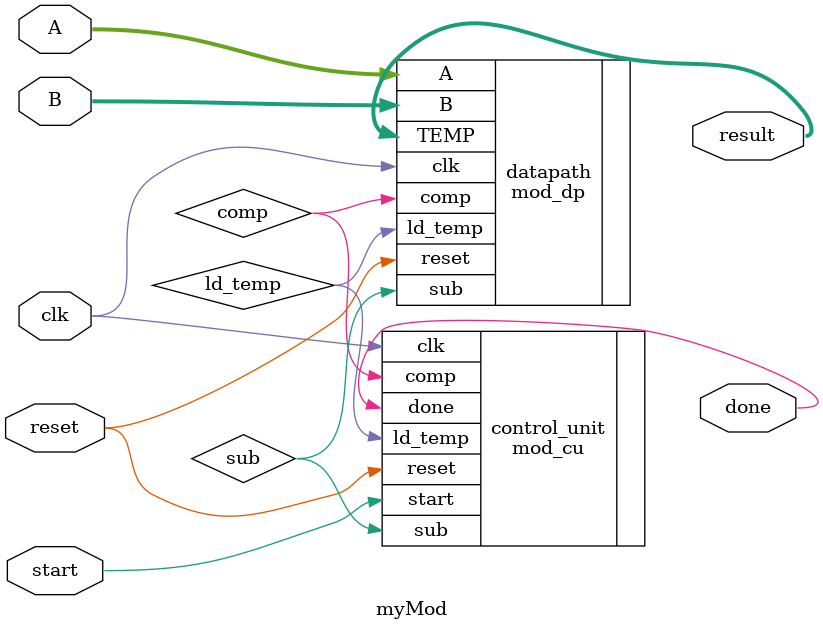
<source format=v>
module myMod(
input clk,    
input reset,    
input start,    
input [31:0] A, 
input [31:0] B, 
output [31:0] result, 
output done           
);

wire ld_temp, sub, comp;

mod_cu control_unit(
    .clk(clk),
    .reset(reset),
    .start(start),
    .comp(comp),
    .ld_temp(ld_temp),
    .sub(sub),
    .done(done)
);

mod_dp datapath(
    .clk(clk),
    .reset(reset),
    .A(A),
    .B(B),
    .ld_temp(ld_temp),
    .sub(sub),
    .TEMP(result),
    .comp(comp)
);

endmodule

</source>
